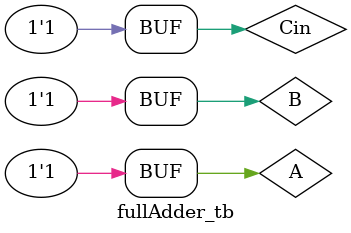
<source format=sv>
`timescale 1ps / 1ps
module fullAdder (A, B, Cin, Sum, Cout);

	input logic A, B, Cin;
	output logic Sum, Cout;
	
	parameter Delay = 50;
	
	logic AB, BCin, ACin; 
	
	// Carryout
	and #Delay and_Gate1(AB, A, B);
	and #Delay and_Gate2(BCin, B, Cin);
	and #Delay and_Gate3(ACin, A, Cin);
	or #Delay or_Gate(Cout, AB, BCin, ACin);
	
	// Sum
	xor #Delay xor_Gate1 (Sum, A, B, Cin); 

endmodule 

module fullAdder_tb();

	logic A, B, Cin;
	logic Sum, Cout;
	
	fullAdder dut (.*);
	
	
	initial begin 
		A=0; B=0; Cin=0; #1000; // Cout = 0 Sum = 0
		A=0; B=0; Cin=1; #1000; // Cout = 0 Sum = 1
		A=0; B=1; Cin=0; #1000; // Cout = 0 Sum = 1
		A=0; B=1; Cin=1; #1000; // Cout = 1 Sum = 0
		A=1; B=0; Cin=0; #1000; // Cout = 0 Sum = 1
		A=1; B=0; Cin=1; #1000; // Cout = 1 Sum = 0
		A=1; B=1; Cin=0; #1000; // Cout = 1 Sum = 0
		A=1; B=1; Cin=1; #1000; // Cout = 1 Sum = 1
	end
endmodule
</source>
